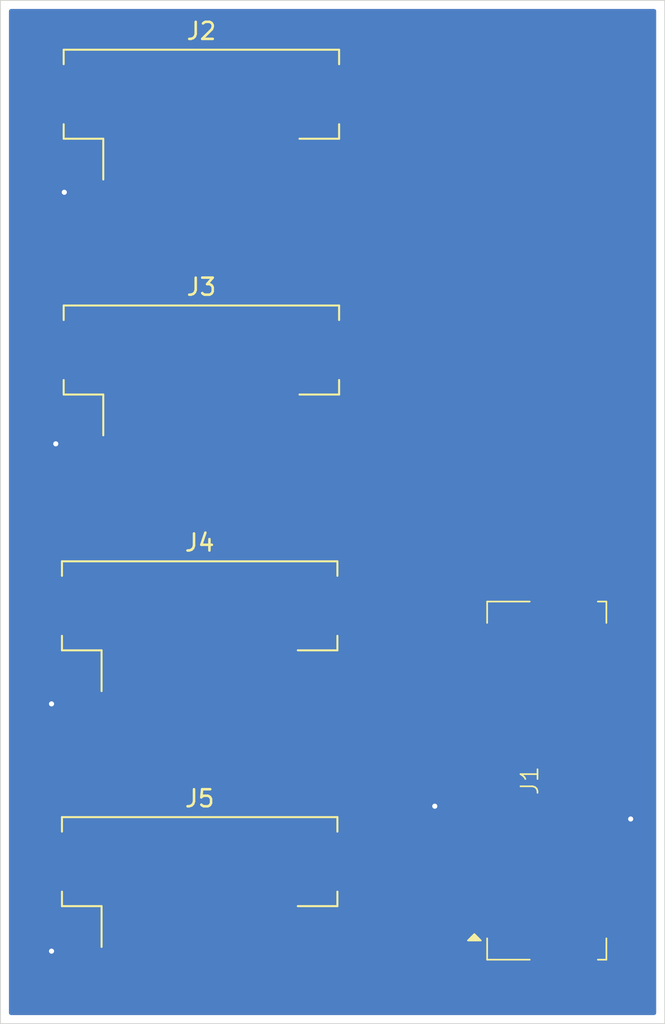
<source format=kicad_pcb>
(kicad_pcb (version 20241229) (generator "pcbnew") (generator_version "9.0")
  (layers (0 "F.Cu" signal) (2 "B.Cu" signal) (13 "F.Paste" user) (15 "B.Paste" user) (5 "F.SilkS" user "F.Silkscreen") (7 "B.SilkS" user "B.Silkscreen") (1 "F.Mask" user) (3 "B.Mask" user) (25 "Edge.Cuts" user))
  (net 0 "")
  (net 2 "GND")
  (net 3 "/MOSI")
  (net 4 "/CS3")
  (net 7 "/CS2")
  (net 8 "/MISO")
  (net 13 "/CS1")
  (net 16 "/CS0")
  (net 17 "+3V3")
  (net 20 "/CLK")
  (footprint "Connector_JST:JST_PH_B6B-PH-SM4-TB_1x06-1MP_P2.00mm_Vertical" (layer "F.Cu") (at 153.698 123.25)
    (property "Reference" "J5" (at 0 -5.45 0) (layer "F.SilkS"))
    (property "Value" "Conn_01x06")
    (fp_line (start -8.085 -4.36) (end 8.085 -4.36) (stroke (width 0.12)) (layer "F.SilkS"))
    (fp_line (start -8.085 -3.51) (end -8.085 -4.36) (stroke (width 0.12)) (layer "F.SilkS"))
    (fp_line (start -8.085 0.01) (end -8.085 0.86) (stroke (width 0.12)) (layer "F.SilkS"))
    (fp_line (start -8.085 0.86) (end -5.76 0.86) (stroke (width 0.12)) (layer "F.SilkS"))
    (fp_line (start -5.76 0.86) (end -5.76 3.25) (stroke (width 0.12)) (layer "F.SilkS"))
    (fp_line (start 8.085 -4.36) (end 8.085 -3.51) (stroke (width 0.12)) (layer "F.SilkS"))
    (fp_line (start 8.085 0.01) (end 8.085 0.86) (stroke (width 0.12)) (layer "F.SilkS"))
    (fp_line (start 8.085 0.86) (end 5.76 0.86) (stroke (width 0.12)) (layer "F.SilkS"))
    (pad "1" smd roundrect (at -5 0.5) (size 1 5.5) (layers "F.Cu" "F.Mask" "F.Paste") (net 2 "GND"))
    (pad "2" smd roundrect (at -3 0.5) (size 1 5.5) (layers "F.Cu" "F.Mask" "F.Paste") (net 17 "+3V3"))
    (pad "3" smd roundrect (at -1 0.5) (size 1 5.5) (layers "F.Cu" "F.Mask" "F.Paste") (net 8 "/MISO"))
    (pad "4" smd roundrect (at 1 0.5) (size 1 5.5) (layers "F.Cu" "F.Mask" "F.Paste") (net 3 "/MOSI"))
    (pad "5" smd roundrect (at 3 0.5) (size 1 5.5) (layers "F.Cu" "F.Mask" "F.Paste") (net 20 "/CLK"))
    (pad "6" smd roundrect (at 5 0.5) (size 1 5.5) (layers "F.Cu" "F.Mask" "F.Paste") (net 4 "/CS3"))
    (pad "MP" smd roundrect (at -7.4 -1.75) (size 1.6 3) (layers "F.Cu" "F.Mask" "F.Paste") (roundrect_rratio 0.15625))
    (pad "MP" smd roundrect (at 7.4 -1.75) (size 1.6 3) (layers "F.Cu" "F.Mask" "F.Paste") (roundrect_rratio 0.15625))
  )
  (footprint "Connector_JST:JST_PH_B6B-PH-SM4-TB_1x06-1MP_P2.00mm_Vertical" (layer "F.Cu") (at 153.698 108.25)
    (property "Reference" "J4" (at 0 -5.45 0) (layer "F.SilkS"))
    (property "Value" "Conn_01x06")
    (fp_line (start -8.085 -4.36) (end 8.085 -4.36) (stroke (width 0.12)) (layer "F.SilkS"))
    (fp_line (start -8.085 -3.51) (end -8.085 -4.36) (stroke (width 0.12)) (layer "F.SilkS"))
    (fp_line (start -8.085 0.01) (end -8.085 0.86) (stroke (width 0.12)) (layer "F.SilkS"))
    (fp_line (start -8.085 0.86) (end -5.76 0.86) (stroke (width 0.12)) (layer "F.SilkS"))
    (fp_line (start -5.76 0.86) (end -5.76 3.25) (stroke (width 0.12)) (layer "F.SilkS"))
    (fp_line (start 8.085 -4.36) (end 8.085 -3.51) (stroke (width 0.12)) (layer "F.SilkS"))
    (fp_line (start 8.085 0.01) (end 8.085 0.86) (stroke (width 0.12)) (layer "F.SilkS"))
    (fp_line (start 8.085 0.86) (end 5.76 0.86) (stroke (width 0.12)) (layer "F.SilkS"))
    (pad "1" smd roundrect (at -5 0.5) (size 1 5.5) (layers "F.Cu" "F.Mask" "F.Paste") (net 2 "GND"))
    (pad "2" smd roundrect (at -3 0.5) (size 1 5.5) (layers "F.Cu" "F.Mask" "F.Paste") (net 17 "+3V3"))
    (pad "3" smd roundrect (at -1 0.5) (size 1 5.5) (layers "F.Cu" "F.Mask" "F.Paste") (net 8 "/MISO"))
    (pad "4" smd roundrect (at 1 0.5) (size 1 5.5) (layers "F.Cu" "F.Mask" "F.Paste") (net 3 "/MOSI"))
    (pad "5" smd roundrect (at 3 0.5) (size 1 5.5) (layers "F.Cu" "F.Mask" "F.Paste") (net 20 "/CLK"))
    (pad "6" smd roundrect (at 5 0.5) (size 1 5.5) (layers "F.Cu" "F.Mask" "F.Paste") (net 7 "/CS2"))
    (pad "MP" smd roundrect (at -7.4 -1.75) (size 1.6 3) (layers "F.Cu" "F.Mask" "F.Paste") (roundrect_rratio 0.15625))
    (pad "MP" smd roundrect (at 7.4 -1.75) (size 1.6 3) (layers "F.Cu" "F.Mask" "F.Paste") (roundrect_rratio 0.15625))
  )
  (footprint "Connector_JST:JST_PH_B6B-PH-SM4-TB_1x06-1MP_P2.00mm_Vertical" (layer "F.Cu") (at 153.798 93.25)
    (property "Reference" "J3" (at 0 -5.45 0) (layer "F.SilkS"))
    (property "Value" "Conn_01x06")
    (fp_line (start -8.085 -4.36) (end 8.085 -4.36) (stroke (width 0.12)) (layer "F.SilkS"))
    (fp_line (start -8.085 -3.51) (end -8.085 -4.36) (stroke (width 0.12)) (layer "F.SilkS"))
    (fp_line (start -8.085 0.01) (end -8.085 0.86) (stroke (width 0.12)) (layer "F.SilkS"))
    (fp_line (start -8.085 0.86) (end -5.76 0.86) (stroke (width 0.12)) (layer "F.SilkS"))
    (fp_line (start -5.76 0.86) (end -5.76 3.25) (stroke (width 0.12)) (layer "F.SilkS"))
    (fp_line (start 8.085 -4.36) (end 8.085 -3.51) (stroke (width 0.12)) (layer "F.SilkS"))
    (fp_line (start 8.085 0.01) (end 8.085 0.86) (stroke (width 0.12)) (layer "F.SilkS"))
    (fp_line (start 8.085 0.86) (end 5.76 0.86) (stroke (width 0.12)) (layer "F.SilkS"))
    (pad "1" smd roundrect (at -5 0.5) (size 1 5.5) (layers "F.Cu" "F.Mask" "F.Paste") (net 2 "GND"))
    (pad "2" smd roundrect (at -3 0.5) (size 1 5.5) (layers "F.Cu" "F.Mask" "F.Paste") (net 17 "+3V3"))
    (pad "3" smd roundrect (at -1 0.5) (size 1 5.5) (layers "F.Cu" "F.Mask" "F.Paste") (net 8 "/MISO"))
    (pad "4" smd roundrect (at 1 0.5) (size 1 5.5) (layers "F.Cu" "F.Mask" "F.Paste") (net 3 "/MOSI"))
    (pad "5" smd roundrect (at 3 0.5) (size 1 5.5) (layers "F.Cu" "F.Mask" "F.Paste") (net 20 "/CLK"))
    (pad "6" smd roundrect (at 5 0.5) (size 1 5.5) (layers "F.Cu" "F.Mask" "F.Paste") (net 13 "/CS1"))
    (pad "MP" smd roundrect (at -7.4 -1.75) (size 1.6 3) (layers "F.Cu" "F.Mask" "F.Paste") (roundrect_rratio 0.15625))
    (pad "MP" smd roundrect (at 7.4 -1.75) (size 1.6 3) (layers "F.Cu" "F.Mask" "F.Paste") (roundrect_rratio 0.15625))
  )
  (footprint "Connector_JST:JST_PH_B6B-PH-SM4-TB_1x06-1MP_P2.00mm_Vertical" (layer "F.Cu") (at 153.798 78.25)
    (property "Reference" "J2" (at 0 -5.45 0) (layer "F.SilkS"))
    (property "Value" "Conn_01x06")
    (fp_line (start -8.085 -4.36) (end 8.085 -4.36) (stroke (width 0.12)) (layer "F.SilkS"))
    (fp_line (start -8.085 -3.51) (end -8.085 -4.36) (stroke (width 0.12)) (layer "F.SilkS"))
    (fp_line (start -8.085 0.01) (end -8.085 0.86) (stroke (width 0.12)) (layer "F.SilkS"))
    (fp_line (start -8.085 0.86) (end -5.76 0.86) (stroke (width 0.12)) (layer "F.SilkS"))
    (fp_line (start -5.76 0.86) (end -5.76 3.25) (stroke (width 0.12)) (layer "F.SilkS"))
    (fp_line (start 8.085 -4.36) (end 8.085 -3.51) (stroke (width 0.12)) (layer "F.SilkS"))
    (fp_line (start 8.085 0.01) (end 8.085 0.86) (stroke (width 0.12)) (layer "F.SilkS"))
    (fp_line (start 8.085 0.86) (end 5.76 0.86) (stroke (width 0.12)) (layer "F.SilkS"))
    (pad "1" smd roundrect (at -5 0.5) (size 1 5.5) (layers "F.Cu" "F.Mask" "F.Paste") (net 2 "GND"))
    (pad "2" smd roundrect (at -3 0.5) (size 1 5.5) (layers "F.Cu" "F.Mask" "F.Paste") (net 17 "+3V3"))
    (pad "3" smd roundrect (at -1 0.5) (size 1 5.5) (layers "F.Cu" "F.Mask" "F.Paste") (net 8 "/MISO"))
    (pad "4" smd roundrect (at 1 0.5) (size 1 5.5) (layers "F.Cu" "F.Mask" "F.Paste") (net 3 "/MOSI"))
    (pad "5" smd roundrect (at 3 0.5) (size 1 5.5) (layers "F.Cu" "F.Mask" "F.Paste") (net 20 "/CLK"))
    (pad "6" smd roundrect (at 5 0.5) (size 1 5.5) (layers "F.Cu" "F.Mask" "F.Paste") (net 16 "/CS0"))
    (pad "MP" smd roundrect (at -7.4 -1.75) (size 1.6 3) (layers "F.Cu" "F.Mask" "F.Paste") (roundrect_rratio 0.15625))
    (pad "MP" smd roundrect (at 7.4 -1.75) (size 1.6 3) (layers "F.Cu" "F.Mask" "F.Paste") (roundrect_rratio 0.15625))
  )
  (footprint "Bluesat:BM24B-ZPDSS" (layer "F.Cu") (at 173.573 116.75 90)
    (property "Reference" "J1" (at 0 -0.5 90) (layer "F.SilkS") (effects (font (thickness 0.1))))
    (property "Value" "Conn_02x12_Odd_Even")
    (fp_line (start 10.5 -3) (end 10.5 -0.5) (stroke (width 0.1)) (layer "F.SilkS"))
    (fp_line (start 9.25 -3) (end 10.5 -3) (stroke (width 0.1)) (layer "F.SilkS"))
    (fp_line (start -10.5 -3) (end -9.25 -3) (stroke (width 0.1)) (layer "F.SilkS"))
    (fp_line (start -10.5 -0.5) (end -10.5 -3) (stroke (width 0.1)) (layer "F.SilkS"))
    (fp_line (start -10.5 3.5) (end -10.5 4) (stroke (width 0.1)) (layer "F.SilkS"))
    (fp_line (start 10.5 4) (end 10.5 3.5) (stroke (width 0.1)) (layer "F.SilkS"))
    (fp_line (start 9.25 4) (end 10.5 4) (stroke (width 0.1)) (layer "F.SilkS"))
    (fp_line (start -10.5 4) (end -9.25 4) (stroke (width 0.1)) (layer "F.SilkS"))
    (fp_poly (pts (xy -9 -3.75) (xy -9.375 -4.125) (xy -9.375 -3.375)) (stroke (width 0.1)) (fill yes) (layer "F.SilkS"))
    (pad "" smd rect (at -10.35 1.525 90) (size 1 2.8) (layers "F.Cu" "F.Mask" "F.Paste"))
    (pad "" smd rect (at 10.35 1.525 90) (size 1 2.8) (layers "F.Cu" "F.Mask" "F.Paste"))
    (pad "1" smd roundrect (at -8.25 -3.625 90) (size 0.7 1.7) (layers "F.Cu" "F.Mask" "F.Paste"))
    (pad "2" smd roundrect (at -8.25 3.625 90) (size 0.7 1.7) (layers "F.Cu" "F.Mask" "F.Paste"))
    (pad "3" smd roundrect (at -6.75 -3.625 90) (size 0.7 1.7) (layers "F.Cu" "F.Mask" "F.Paste") (net 2 "GND"))
    (pad "4" smd roundrect (at -6.75 3.625 90) (size 0.7 1.7) (layers "F.Cu" "F.Mask" "F.Paste") (net 17 "+3V3"))
    (pad "5" smd roundrect (at -5.25 -3.625 90) (size 0.7 1.7) (layers "F.Cu" "F.Mask" "F.Paste"))
    (pad "6" smd roundrect (at -5.25 3.625 90) (size 0.7 1.7) (layers "F.Cu" "F.Mask" "F.Paste"))
    (pad "7" smd roundrect (at -3.75 -3.625 90) (size 0.7 1.7) (layers "F.Cu" "F.Mask" "F.Paste"))
    (pad "8" smd roundrect (at -3.75 3.625 90) (size 0.7 1.7) (layers "F.Cu" "F.Mask" "F.Paste") (net 20 "/CLK"))
    (pad "9" smd roundrect (at -2.25 -3.625 90) (size 0.7 1.7) (layers "F.Cu" "F.Mask" "F.Paste"))
    (pad "10" smd roundrect (at -2.25 3.625 90) (size 0.7 1.7) (layers "F.Cu" "F.Mask" "F.Paste") (net 2 "GND"))
    (pad "11" smd roundrect (at -0.75 -3.625 90) (size 0.7 1.7) (layers "F.Cu" "F.Mask" "F.Paste") (net 8 "/MISO"))
    (pad "12" smd roundrect (at -0.75 3.625 90) (size 0.7 1.7) (layers "F.Cu" "F.Mask" "F.Paste") (net 3 "/MOSI"))
    (pad "13" smd roundrect (at 0.75 -3.625 90) (size 0.7 1.7) (layers "F.Cu" "F.Mask" "F.Paste") (net 16 "/CS0"))
    (pad "14" smd roundrect (at 0.75 3.625 90) (size 0.7 1.7) (layers "F.Cu" "F.Mask" "F.Paste") (net 13 "/CS1"))
    (pad "15" smd roundrect (at 2.25 -3.625 90) (size 0.7 1.7) (layers "F.Cu" "F.Mask" "F.Paste") (net 2 "GND"))
    (pad "16" smd roundrect (at 2.25 3.625 90) (size 0.7 1.7) (layers "F.Cu" "F.Mask" "F.Paste"))
    (pad "17" smd roundrect (at 3.75 -3.625 90) (size 0.7 1.7) (layers "F.Cu" "F.Mask" "F.Paste") (net 7 "/CS2"))
    (pad "18" smd roundrect (at 3.75 3.625 90) (size 0.7 1.7) (layers "F.Cu" "F.Mask" "F.Paste") (net 4 "/CS3"))
    (pad "19" smd roundrect (at 5.25 -3.625 90) (size 0.7 1.7) (layers "F.Cu" "F.Mask" "F.Paste"))
    (pad "20" smd roundrect (at 5.25 3.625 90) (size 0.7 1.7) (layers "F.Cu" "F.Mask" "F.Paste"))
    (pad "21" smd roundrect (at 6.75 -3.625 90) (size 0.7 1.7) (layers "F.Cu" "F.Mask" "F.Paste"))
    (pad "22" smd roundrect (at 6.75 3.625 90) (size 0.7 1.7) (layers "F.Cu" "F.Mask" "F.Paste") (net 2 "GND"))
    (pad "23" smd roundrect (at 8.25 -3.625 90) (size 0.7 1.7) (layers "F.Cu" "F.Mask" "F.Paste"))
    (pad "24" smd roundrect (at 8.25 3.625 90) (size 0.7 1.7) (layers "F.Cu" "F.Mask" "F.Paste"))
  )
  (gr_line (start 181 131) (end 142 131) (stroke (width 0.05)) (layer "Edge.Cuts"))
  (gr_line (start 142 71) (end 181 71) (stroke (width 0.05)) (layer "Edge.Cuts"))
  (gr_line (start 181 71) (end 181 131) (stroke (width 0.05)) (layer "Edge.Cuts"))
  (gr_line (start 142 131) (end 142 71) (stroke (width 0.05)) (layer "Edge.Cuts"))
  (segment (start 145.75 81.798) (end 145.75 82.25) (width 0.2) (layer "F.Cu") (net 2))
  (segment (start 167.5 121.902) (end 167.5 118.25) (width 0.2) (layer "F.Cu") (net 2))
  (segment (start 169.948 114.5) (end 170.798 114.5) (width 0.2) (layer "F.Cu") (net 2))
  (segment (start 148.798 78.75) (end 145.75 81.798) (width 0.2) (layer "F.Cu") (net 2))
  (segment (start 148.698 108.75) (end 145.198 112.25) (width 0.2) (layer "F.Cu") (net 2))
  (segment (start 169.098 123.5) (end 167.5 121.902) (width 0.2) (layer "F.Cu") (net 2))
  (segment (start 168.901 116.849) (end 167.5 118.25) (width 0.2) (layer "F.Cu") (net 2))
  (segment (start 145.548 97) (end 145.25 97) (width 0.2) (layer "F.Cu") (net 2))
  (segment (start 171.176443 116.497571) (end 170.825014 116.849) (width 0.2) (layer "F.Cu") (net 2))
  (segment (start 145.698 126.75) (end 145 126.75) (width 0.2) (layer "F.Cu") (net 2))
  (segment (start 170.825014 116.849) (end 168.901 116.849) (width 0.2) (layer "F.Cu") (net 2))
  (segment (start 148.798 93.75) (end 145.548 97) (width 0.2) (layer "F.Cu") (net 2))
  (segment (start 145.198 112.25) (end 145 112.25) (width 0.2) (layer "F.Cu") (net 2))
  (segment (start 170.798 114.5) (end 171.176443 114.878443) (width 0.2) (layer "F.Cu") (net 2))
  (segment (start 178.048 110) (end 177.198 110) (width 0.2) (layer "F.Cu") (net 2))
  (segment (start 148.698 123.75) (end 145.698 126.75) (width 0.2) (layer "F.Cu") (net 2))
  (segment (start 169.948 123.5) (end 169.098 123.5) (width 0.2) (layer "F.Cu") (net 2))
  (segment (start 176.054886 110) (end 171.176443 114.878443) (width 0.2) (layer "F.Cu") (net 2))
  (segment (start 171.176443 114.878443) (end 171.176443 116.497571) (width 0.2) (layer "F.Cu") (net 2))
  (segment (start 177.198 110) (end 176.054886 110) (width 0.2) (layer "F.Cu") (net 2))
  (segment (start 177.198 119) (end 179 119) (width 0.2) (layer "F.Cu") (net 2))
  (via (at 145 112.25) (size 0.6) (drill 0.3) (layers "F.Cu" "B.Cu") (net 2))
  (via (at 179 119) (size 0.6) (drill 0.3) (layers "F.Cu" "B.Cu") (net 2))
  (via (at 167.5 118.25) (size 0.6) (drill 0.3) (layers "F.Cu" "B.Cu") (net 2))
  (via (at 145.25 97) (size 0.6) (drill 0.3) (layers "F.Cu" "B.Cu") (net 2))
  (via (at 145 126.75) (size 0.6) (drill 0.3) (layers "F.Cu" "B.Cu") (net 2))
  (via (at 145.75 82.25) (size 0.6) (drill 0.3) (layers "F.Cu" "B.Cu") (net 2))
  (segment (start 176.047 117.801) (end 176.348 117.5) (width 0.2) (layer "F.Cu") (net 3))
  (segment (start 176.518986 121.151) (end 178.075014 121.151) (width 0.2) (layer "F.Cu") (net 3))
  (segment (start 154.698 126.5) (end 156.099 127.901) (width 0.2) (layer "F.Cu") (net 3))
  (segment (start 154.798 123.65) (end 154.698 123.75) (width 0.2) (layer "F.Cu") (net 3))
  (segment (start 156.099 127.901) (end 169.768986 127.901) (width 0.2) (layer "F.Cu") (net 3))
  (segment (start 178.349 120.877014) (end 178.349 120.122986) (width 0.2) (layer "F.Cu") (net 3))
  (segment (start 154.698 123.75) (end 154.698 126.5) (width 0.2) (layer "F.Cu") (net 3))
  (segment (start 178.075014 121.151) (end 178.349 120.877014) (width 0.2) (layer "F.Cu") (net 3))
  (segment (start 169.768986 127.901) (end 176.518986 121.151) (width 0.2) (layer "F.Cu") (net 3))
  (segment (start 176.047 119.377014) (end 176.047 117.801) (width 0.2) (layer "F.Cu") (net 3))
  (segment (start 177.877014 119.651) (end 176.320986 119.651) (width 0.2) (layer "F.Cu") (net 3))
  (segment (start 154.798 78.75) (end 154.798 123.65) (width 0.2) (layer "F.Cu") (net 3))
  (segment (start 176.320986 119.651) (end 176.047 119.377014) (width 0.2) (layer "F.Cu") (net 3))
  (segment (start 178.349 120.122986) (end 177.877014 119.651) (width 0.2) (layer "F.Cu") (net 3))
  (segment (start 176.348 117.5) (end 177.198 117.5) (width 0.2) (layer "F.Cu") (net 3))
  (segment (start 171.785786 118.3842) (end 177.169986 113) (width 0.2) (layer "F.Cu") (net 4))
  (segment (start 170.825014 124.151) (end 171.785786 123.190228) (width 0.2) (layer "F.Cu") (net 4))
  (segment (start 177.169986 113) (end 177.198 113) (width 0.2) (layer "F.Cu") (net 4))
  (segment (start 164.070986 124.151) (end 170.825014 124.151) (width 0.2) (layer "F.Cu") (net 4))
  (segment (start 158.698 123.75) (end 163.669986 123.75) (width 0.2) (layer "F.Cu") (net 4))
  (segment (start 171.785786 123.190228) (end 171.785786 118.3842) (width 0.2) (layer "F.Cu") (net 4))
  (segment (start 163.669986 123.75) (end 164.070986 124.151) (width 0.2) (layer "F.Cu") (net 4))
  (segment (start 170.798 113) (end 169.948 113) (width 0.2) (layer "F.Cu") (net 7))
  (segment (start 169.948 113) (end 162.948 113) (width 0.2) (layer "F.Cu") (net 7))
  (segment (start 162.948 113) (end 158.698 108.75) (width 0.2) (layer "F.Cu") (net 7))
  (segment (start 178.075014 122.651) (end 180.399 120.327014) (width 0.2) (layer "F.Cu") (net 8))
  (segment (start 176.320986 122.651) (end 178.075014 122.651) (width 0.2) (layer "F.Cu") (net 8))
  (segment (start 155.71384 128.302) (end 170.669986 128.302) (width 0.2) (layer "F.Cu") (net 8))
  (segment (start 171.169986 117.5) (end 169.948 117.5) (width 0.2) (layer "F.Cu") (net 8))
  (segment (start 180.399 114.672986) (end 178.075014 112.349) (width 0.2) (layer "F.Cu") (net 8))
  (segment (start 152.798 123.65) (end 152.698 123.75) (width 0.2) (layer "F.Cu") (net 8))
  (segment (start 152.698 123.75) (end 152.698 125.28616) (width 0.2) (layer "F.Cu") (net 8))
  (segment (start 152.698 125.28616) (end 155.71384 128.302) (width 0.2) (layer "F.Cu") (net 8))
  (segment (start 170.669986 128.302) (end 176.320986 122.651) (width 0.2) (layer "F.Cu") (net 8))
  (segment (start 180.399 120.327014) (end 180.399 114.672986) (width 0.2) (layer "F.Cu") (net 8))
  (segment (start 178.075014 112.349) (end 176.320986 112.349) (width 0.2) (layer "F.Cu") (net 8))
  (segment (start 152.798 78.75) (end 152.798 123.65) (width 0.2) (layer "F.Cu") (net 8))
  (segment (start 176.320986 112.349) (end 171.169986 117.5) (width 0.2) (layer "F.Cu") (net 8))
  (segment (start 172.186786 120.161214) (end 176.348 116) (width 0.2) (layer "F.Cu") (net 13))
  (segment (start 158.21284 126.801) (end 169.734786 126.801) (width 0.2) (layer "F.Cu") (net 13))
  (segment (start 169.734786 126.801) (end 172.186786 124.349) (width 0.2) (layer "F.Cu") (net 13))
  (segment (start 176.348 116) (end 177.198 116) (width 0.2) (layer "F.Cu") (net 13))
  (segment (start 172.186786 124.349) (end 172.186786 120.161214) (width 0.2) (layer "F.Cu") (net 13))
  (segment (start 157.897 126.48516) (end 158.21284 126.801) (width 0.2) (layer "F.Cu") (net 13))
  (segment (start 157.897 94.651) (end 157.897 126.48516) (width 0.2) (layer "F.Cu") (net 13))
  (segment (start 158.798 93.75) (end 157.897 94.651) (width 0.2) (layer "F.Cu") (net 13))
  (segment (start 169.070986 113.651) (end 170.825014 113.651) (width 0.2) (layer "F.Cu") (net 16))
  (segment (start 169.948 116) (end 169.098 116) (width 0.2) (layer "F.Cu") (net 16))
  (segment (start 171.199 113.277014) (end 171.199 91.151) (width 0.2) (layer "F.Cu") (net 16))
  (segment (start 168.25 114.471986) (end 169.070986 113.651) (width 0.2) (layer "F.Cu") (net 16))
  (segment (start 168.25 115.152) (end 168.25 114.471986) (width 0.2) (layer "F.Cu") (net 16))
  (segment (start 171.199 91.151) (end 158.798 78.75) (width 0.2) (layer "F.Cu") (net 16))
  (segment (start 170.825014 113.651) (end 171.199 113.277014) (width 0.2) (layer "F.Cu") (net 16))
  (segment (start 169.098 116) (end 168.25 115.152) (width 0.2) (layer "F.Cu") (net 16))
  (segment (start 175.997 128.703) (end 178.349 126.351) (width 0.2) (layer "F.Cu") (net 17))
  (segment (start 150.798 123.65) (end 150.698 123.75) (width 0.2) (layer "F.Cu") (net 17))
  (segment (start 150.798 78.75) (end 150.798 123.65) (width 0.2) (layer "F.Cu") (net 17))
  (segment (start 150.698 126.5) (end 152.901 128.703) (width 0.2) (layer "F.Cu") (net 17))
  (segment (start 178.349 124.622986) (end 177.226014 123.5) (width 0.2) (layer "F.Cu") (net 17))
  (segment (start 152.901 128.703) (end 175.997 128.703) (width 0.2) (layer "F.Cu") (net 17))
  (segment (start 178.349 126.351) (end 178.349 124.622986) (width 0.2) (layer "F.Cu") (net 17))
  (segment (start 150.698 123.75) (end 150.698 126.5) (width 0.2) (layer "F.Cu") (net 17))
  (segment (start 177.226014 123.5) (end 177.198 123.5) (width 0.2) (layer "F.Cu") (net 17))
  (segment (start 176.602886 120.5) (end 177.198 120.5) (width 0.2) (layer "F.Cu") (net 20))
  (segment (start 156.798 123.65) (end 156.698 123.75) (width 0.2) (layer "F.Cu") (net 20))
  (segment (start 157.698 127.5) (end 169.602886 127.5) (width 0.2) (layer "F.Cu") (net 20))
  (segment (start 169.602886 127.5) (end 176.602886 120.5) (width 0.2) (layer "F.Cu") (net 20))
  (segment (start 156.698 123.75) (end 156.698 126.5) (width 0.2) (layer "F.Cu") (net 20))
  (segment (start 177.226014 120.5) (end 177.198 120.5) (width 0.2) (layer "F.Cu") (net 20))
  (segment (start 156.798 78.75) (end 156.798 123.65) (width 0.2) (layer "F.Cu") (net 20))
  (segment (start 156.698 126.5) (end 157.698 127.5) (width 0.2) (layer "F.Cu") (net 20))
  (zone (net 2) (net_name "GND") (layer "B.Cu") (connect_pads (clearance 0.5)) (min_thickness 0.25) (fill yes (thermal_gap 0.5) (thermal_bridge_width 0.5))
    (polygon (pts (xy 142 71) (xy 181 71) (xy 181 131) (xy 142 131)))
  )
)
</source>
